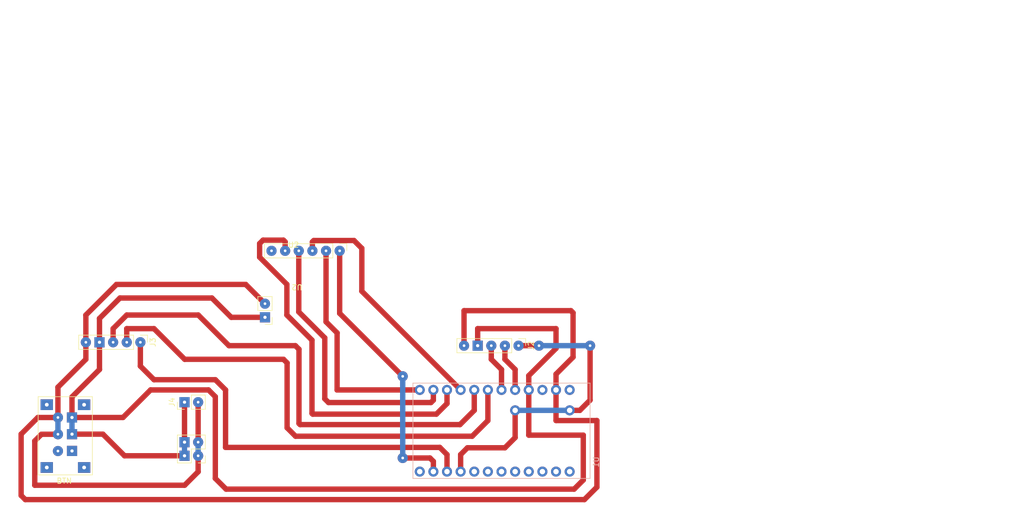
<source format=kicad_pcb>
(kicad_pcb (version 20211014) (generator pcbnew)
  (layers (0 "F.Cu" signal) (31 "B.Cu" signal) (34 "B.Paste" user) (35 "F.Paste" user) (36 "B.SilkS" user "B.Silkscreen") (37 "F.SilkS" user "F.Silkscreen") (38 "B.Mask" user) (39 "F.Mask" user) (44 "Edge.Cuts" user))
  (net 0 "")
  (net 1 "+5V")
  (net 2 "GND")
  (net 13 "Net-(J2-Pad1)")
  (net 14 "Net-(J2-Pad3)")
  (net 15 "Net-(J3-Pad2)")
  (net 16 "Net-(J2-Pad2)")
  (net 17 "Net-(J3-Pad3)")
  (net 19 "Net-(U1-PadJP6_9)")
  (net 20 "Net-(U1-PadJP6_10)")
  (net 21 "Net-(U1-PadJP6_11)")
  (net 22 "Net-(U1-PadJP6_12)")
  (net 23 "Net-(U1-PadJP7_2)")
  (net 25 "Net-(J3-Pad1)")
  (footprint "Arduino pro mini:NRF24L01" (layer "F.Cu") (at 74.295 67.31 180)
    (fp_text reference "U2" (at 0 -0.5 180 unlocked) (layer "F.SilkS"))
    (fp_text value "NRF24L01_Breakout")
    (fp_line (start 4.654 -4.867) (end 4.654 -2.267) (layer "F.SilkS") (width 0.12))
    (fp_line (start -6.663297 7.597626) (end -6.663297 4.937626) (layer "F.SilkS") (width 0.12))
    (fp_line (start -7.933297 7.597626) (end -9.263297 7.597626) (layer "F.SilkS") (width 0.12))
    (fp_line (start -9.263297 7.597626) (end -9.263297 6.267626) (layer "F.SilkS") (width 0.12))
    (fp_line (start 6.096703 7.597626) (end 6.096703 4.937626) (layer "F.SilkS") (width 0.12))
    (fp_line (start 7.314 -4.867) (end 7.314 -2.267) (layer "F.SilkS") (width 0.12))
    (fp_line (start 4.654 -2.267) (end 7.314 -2.267) (layer "F.SilkS") (width 0.12))
    (fp_line (start -6.663297 4.937626) (end 6.096703 4.937626) (layer "F.SilkS") (width 0.12))
    (fp_line (start 4.654 -4.867) (end 7.314 -4.867) (layer "F.SilkS") (width 0.12))
    (fp_line (start -6.663297 7.597626) (end 6.096703 7.597626) (layer "F.SilkS") (width 0.12))
    (fp_line (start 4.654 -6.137) (end 4.654 -7.467) (layer "F.SilkS") (width 0.12))
    (fp_line (start 4.654 -7.467) (end 5.984 -7.467) (layer "F.SilkS") (width 0.12))
    (pad "1" thru_hole oval (at 5.984 -3.597 180) (size 1.9 1.9) (drill 0.5) (layers *.Cu *.Mask) (net 2 "GND"))
    (pad "2" thru_hole rect (at 5.984 -6.137 180) (size 1.9 1.9) (drill 0.6) (layers *.Cu *.Mask) (net 1 "+5V"))
    (pad "3" thru_hole oval (at -7.933297 6.267626 270) (size 1.9 1.9) (drill 0.5) (layers *.Cu *.Mask) (net 23 "Net-(U1-PadJP7_2)"))
    (pad "4" thru_hole oval (at -5.393297 6.267626 270) (size 1.9 1.9) (drill 0.5) (layers *.Cu *.Mask) (net 22 "Net-(U1-PadJP6_12)"))
    (pad "5" thru_hole oval (at -2.853297 6.267626 270) (size 1.9 1.9) (drill 0.5) (layers *.Cu *.Mask) (net 19 "Net-(U1-PadJP6_9)"))
    (pad "6" thru_hole oval (at -0.313297 6.267626 270) (size 1.9 1.9) (drill 0.5) (layers *.Cu *.Mask) (net 21 "Net-(U1-PadJP6_11)"))
    (pad "7" thru_hole oval (at 2.226703 6.267626 270) (size 1.9 1.9) (drill 0.5) (layers *.Cu *.Mask) (net 20 "Net-(U1-PadJP6_10)"))
    (pad "8" thru_hole oval (at 4.766703 6.267626 270) (size 1.9 1.9) (drill 0.5) (layers *.Cu *.Mask))
  )
  (footprint "" (layer "F.Cu") (at 114.935 90.805)
    (fp_text reference "" (at 0 0) (layer "F.SilkS") (effects (font (size 1.27 1.27))))
    (fp_text value "" (at 0 0) (layer "F.SilkS") (effects (font (size 1.27 1.27))))
    (pad "JP7_4" thru_hole circle (at 0 0 90) (size 1.8796 1.8796) (drill 1.016) (layers *.Cu *.Mask) (net 13 "Net-(J2-Pad1)"))
  )
  (footprint "" (layer "F.Cu") (at 93.98 99.695)
    (fp_text reference "" (at 0 0) (layer "F.SilkS") (effects (font (size 1.27 1.27))))
    (fp_text value "" (at 0 0) (layer "F.SilkS") (effects (font (size 1.27 1.27))))
    (pad "3" thru_hole oval (at 0 0 270) (size 1.9 1.9) (drill 0.5) (layers *.Cu *.Mask) (net 23 "Net-(U1-PadJP7_2)"))
  )
  (footprint "Connector_PinHeader_2.54mm:PinHeader_2x02_P2.54mm_Vertical" (layer "F.Cu") (at 55.851603 99.282205 180)
    (fp_text reference "" (at 1.27 -2.33) (layer "F.SilkS"))
    (fp_text value "POWERS")
    (fp_line (start -1.33 3.87) (end 3.87 3.87) (layer "F.SilkS") (width 0.12))
    (fp_line (start 3.87 -1.33) (end 3.87 3.87) (layer "F.SilkS") (width 0.12))
    (fp_line (start 1.27 1.27) (end 1.27 -1.33) (layer "F.SilkS") (width 0.12))
    (fp_line (start -1.33 1.27) (end 1.27 1.27) (layer "F.SilkS") (width 0.12))
    (fp_line (start -1.33 -1.33) (end 0 -1.33) (layer "F.SilkS") (width 0.12))
    (fp_line (start -1.33 1.27) (end -1.33 3.87) (layer "F.SilkS") (width 0.12))
    (fp_line (start 1.27 -1.33) (end 3.87 -1.33) (layer "F.SilkS") (width 0.12))
    (fp_line (start -1.33 0) (end -1.33 -1.33) (layer "F.SilkS") (width 0.12))
    (pad "1" thru_hole oval (at 0 0 180) (size 1.9 1.9) (drill 0.5) (layers *.Cu *.Mask) (net 2 "GND"))
    (pad "2" thru_hole rect (at 2.54 0 180) (size 1.9 1.9) (drill 0.6) (layers *.Cu *.Mask) (net 1 "+5V"))
    (pad "3" thru_hole oval (at 0 2.54 180) (size 1.9 1.9) (drill 0.5) (layers *.Cu *.Mask) (net 2 "GND"))
    (pad "4" thru_hole rect (at 2.54 2.54 180) (size 1.9 1.9) (drill 0.6) (layers *.Cu *.Mask) (net 1 "+5V"))
  )
  (footprint "" (layer "F.Cu") (at 119.38 78.74)
    (fp_text reference "" (at 0 0) (layer "F.SilkS") (effects (font (size 1.27 1.27))))
    (fp_text value "" (at 0 0) (layer "F.SilkS") (effects (font (size 1.27 1.27))))
    (pad "1" thru_hole oval (at 0 0 270) (size 1.9 1.9) (drill 0.5) (layers *.Cu *.Mask) (net 13 "Net-(J2-Pad1)"))
  )
  (footprint "Connector_PinHeader_2.54mm:PinHeader_1x02_P2.54mm_Vertical" (layer "F.Cu") (at 53.311603 89.282205 90)
    (fp_text reference "J4" (at 0 -2.33 90) (layer "F.SilkS"))
    (fp_text value "Micro-Power-IN")
    (fp_line (start -1.33 0) (end -1.33 -1.33) (layer "F.SilkS") (width 0.12))
    (fp_line (start -1.33 1.27) (end 1.33 1.27) (layer "F.SilkS") (width 0.12))
    (fp_line (start -1.33 -1.33) (end 0 -1.33) (layer "F.SilkS") (width 0.12))
    (fp_line (start 1.33 1.27) (end 1.33 3.87) (layer "F.SilkS") (width 0.12))
    (fp_line (start -1.33 1.27) (end -1.33 3.87) (layer "F.SilkS") (width 0.12))
    (fp_line (start -1.33 3.87) (end 1.33 3.87) (layer "F.SilkS") (width 0.12))
    (pad "1" thru_hole rect (at 0 0 90) (size 1.9 1.9) (drill 0.6) (layers *.Cu *.Mask) (net 1 "+5V"))
    (pad "2" thru_hole oval (at 0 2.54 90) (size 1.9 1.9) (drill 0.5) (layers *.Cu *.Mask) (net 2 "GND"))
  )
  (footprint "" (layer "F.Cu") (at 125.095 90.805)
    (fp_text reference "" (at 0 0) (layer "F.SilkS") (effects (font (size 1.27 1.27))))
    (fp_text value "" (at 0 0) (layer "F.SilkS") (effects (font (size 1.27 1.27))))
    (pad "JP7_4" thru_hole circle (at 0 0 90) (size 1.8796 1.8796) (drill 1.016) (layers *.Cu *.Mask) (net 13 "Net-(J2-Pad1)"))
  )
  (footprint "" (layer "F.Cu") (at 128.905 78.74)
    (fp_text reference "" (at 0 0) (layer "F.SilkS") (effects (font (size 1.27 1.27))))
    (fp_text value "" (at 0 0) (layer "F.SilkS") (effects (font (size 1.27 1.27))))
    (pad "1" thru_hole oval (at 0 0 270) (size 1.9 1.9) (drill 0.5) (layers *.Cu *.Mask) (net 13 "Net-(J2-Pad1)"))
  )
  (footprint "Connector_PinHeader_2.54mm:PinHeader_1x05_P2.54mm_Vertical" (layer "F.Cu") (at 115.57 78.74 -90)
    (fp_text reference "J2" (at 0 -2.33 90) (layer "F.SilkS"))
    (fp_text value "Joystick_Left")
    (fp_line (start -1.33 11.49) (end 1.33 11.49) (layer "F.SilkS") (width 0.12))
    (fp_line (start 1.33 1.27) (end 1.33 11.49) (layer "F.SilkS") (width 0.12))
    (fp_line (start -1.33 -1.33) (end 0 -1.33) (layer "F.SilkS") (width 0.12))
    (fp_line (start -1.33 0) (end -1.33 -1.33) (layer "F.SilkS") (width 0.12))
    (fp_line (start -1.33 1.27) (end -1.33 11.49) (layer "F.SilkS") (width 0.12))
    (fp_line (start -1.33 1.27) (end 1.33 1.27) (layer "F.SilkS") (width 0.12))
    (pad "1" thru_hole oval (at 0 0 270) (size 1.9 1.9) (drill 0.5) (layers *.Cu *.Mask) (net 13 "Net-(J2-Pad1)"))
    (pad "2" thru_hole oval (at 0 2.54 270) (size 1.9 1.9) (drill 0.5) (layers *.Cu *.Mask) (net 16 "Net-(J2-Pad2)"))
    (pad "3" thru_hole oval (at 0 5.08 270) (size 1.9 1.9) (drill 0.5) (layers *.Cu *.Mask) (net 14 "Net-(J2-Pad3)"))
    (pad "4" thru_hole rect (at 0 7.62 270) (size 1.9 1.9) (drill 0.6) (layers *.Cu *.Mask) (net 1 "+5V"))
    (pad "5" thru_hole oval (at 0 10.16 270) (size 1.9 1.9) (drill 0.5) (layers *.Cu *.Mask) (net 2 "GND"))
  )
  (footprint "Connector_PinHeader_2.54mm:PushButton_6_pin" (layer "F.Cu") (at 34.639603 101.347205 180)
    (fp_text reference "BTN" (at 3.74 -2.618) (layer "F.SilkS"))
    (fp_text value "PushButton_6_pin")
    (fp_line (start -1.491194 -1.496) (end 8.602 -1.496) (layer "F.SilkS") (width 0.12))
    (fp_line (start -1.491194 13.09) (end 8.602 13.09) (layer "F.SilkS") (width 0.12))
    (fp_line (start 8.602 -1.496) (end 8.602 13.09) (layer "F.SilkS") (width 0.12))
    (fp_line (start -1.491194 -1.496) (end -1.491194 13.09) (layer "F.SilkS") (width 0.12))
    (pad "" thru_hole rect (at 0.043736 11.586152 180) (size 2.3 2) (drill 0.7) (layers *.Cu *.Mask))
    (pad "" thru_hole rect (at 0.03893 -0.118391 180) (size 2.3 2) (drill 0.7) (layers *.Cu *.Mask))
    (pad "" thru_hole rect (at 7.000509 11.59419 180) (size 2.3 2) (drill 0.7) (layers *.Cu *.Mask))
    (pad "" thru_hole rect (at 7.000509 -0.118391 180) (size 2.3 2) (drill 0.7) (layers *.Cu *.Mask))
    (pad "1" thru_hole rect (at 2.294688 2.967779 180) (size 1.9 1.9) (drill 0.6) (layers *.Cu *.Mask))
    (pad "2" thru_hole oval (at 4.918896 2.948554 180) (size 1.9 1.9) (drill 0.5) (layers *.Cu *.Mask))
    (pad "3" thru_hole rect (at 2.29506 6.097205 180) (size 1.9 1.9) (drill 0.6) (layers *.Cu *.Mask) (net 1 "+5V"))
    (pad "4" thru_hole oval (at 4.919268 6.07798 180) (size 1.9 1.9) (drill 0.5) (layers *.Cu *.Mask) (net 2 "GND"))
    (pad "5" thru_hole rect (at 2.30164 9.207406 180) (size 1.9 1.9) (drill 0.6) (layers *.Cu *.Mask) (net 1 "+5V"))
    (pad "6" thru_hole oval (at 4.91964 9.207406 180) (size 1.9 1.9) (drill 0.5) (layers *.Cu *.Mask) (net 2 "GND"))
  )
  (footprint "" (layer "F.Cu") (at 93.98 84.455)
    (fp_text reference "" (at 0 0) (layer "F.SilkS") (effects (font (size 1.27 1.27))))
    (fp_text value "" (at 0 0) (layer "F.SilkS") (effects (font (size 1.27 1.27))))
    (pad "3" thru_hole oval (at 0 0 270) (size 1.9 1.9) (drill 0.5) (layers *.Cu *.Mask) (net 23 "Net-(U1-PadJP7_2)"))
  )
  (footprint "Connector_PinHeader_2.54mm:PinHeader_1x05_P2.54mm_Vertical" (layer "F.Cu") (at 45.085 78.105 -90)
    (fp_text reference "J3" (at 0 -2.33 90) (layer "F.SilkS"))
    (fp_text value "Joystick_Right")
    (fp_line (start -1.33 -1.33) (end 0 -1.33) (layer "F.SilkS") (width 0.12))
    (fp_line (start 1.33 1.27) (end 1.33 11.49) (layer "F.SilkS") (width 0.12))
    (fp_line (start -1.33 1.27) (end -1.33 11.49) (layer "F.SilkS") (width 0.12))
    (fp_line (start -1.33 1.27) (end 1.33 1.27) (layer "F.SilkS") (width 0.12))
    (fp_line (start -1.33 0) (end -1.33 -1.33) (layer "F.SilkS") (width 0.12))
    (fp_line (start -1.33 11.49) (end 1.33 11.49) (layer "F.SilkS") (width 0.12))
    (pad "1" thru_hole oval (at 0 0 270) (size 1.9 1.9) (drill 0.5) (layers *.Cu *.Mask) (net 25 "Net-(J3-Pad1)"))
    (pad "2" thru_hole oval (at 0 2.54 270) (size 1.9 1.9) (drill 0.5) (layers *.Cu *.Mask) (net 15 "Net-(J3-Pad2)"))
    (pad "3" thru_hole oval (at 0 5.08 270) (size 1.9 1.9) (drill 0.5) (layers *.Cu *.Mask) (net 17 "Net-(J3-Pad3)"))
    (pad "4" thru_hole rect (at 0 7.62 270) (size 1.9 1.9) (drill 0.6) (layers *.Cu *.Mask) (net 1 "+5V"))
    (pad "5" thru_hole oval (at 0 10.16 270) (size 1.9 1.9) (drill 0.5) (layers *.Cu *.Mask) (net 2 "GND"))
  )
  (footprint "Arduino pro mini:MODULE_ARDUINO_PRO_MINI" (layer "B.Cu") (at 112.395 94.615 90)
    (fp_text reference "U1" (at -5.825 17.635 270) (layer "B.SilkS") (effects (justify mirror)))
    (fp_text value "ARDUINO_PRO_MINI")
    (fp_line (start 8.89 16.51) (end -8.89 16.51) (layer "B.SilkS") (width 0.127))
    (fp_line (start -8.89 -16.51) (end 8.89 -16.51) (layer "B.SilkS") (width 0.127))
    (fp_line (start -8.89 16.51) (end -8.89 -16.51) (layer "B.SilkS") (width 0.127))
    (fp_line (start 8.89 -16.51) (end 8.89 16.51) (layer "B.SilkS") (width 0.127))
    (pad "JP6_1" thru_hole circle (at 7.62 12.7 90) (size 1.8796 1.8796) (drill 1.016) (layers *.Cu *.Mask))
    (pad "JP6_2" thru_hole circle (at 7.62 10.16 90) (size 1.8796 1.8796) (drill 1.016) (layers *.Cu *.Mask) (net 2 "GND"))
    (pad "JP6_3" thru_hole circle (at 7.62 7.62 90) (size 1.8796 1.8796) (drill 1.016) (layers *.Cu *.Mask))
    (pad "JP6_4" thru_hole circle (at 7.62 5.08 90) (size 1.8796 1.8796) (drill 1.016) (layers *.Cu *.Mask) (net 1 "+5V"))
    (pad "JP6_5" thru_hole circle (at 7.62 2.54 90) (size 1.8796 1.8796) (drill 1.016) (layers *.Cu *.Mask) (net 16 "Net-(J2-Pad2)"))
    (pad "JP6_6" thru_hole circle (at 7.62 0 90) (size 1.8796 1.8796) (drill 1.016) (layers *.Cu *.Mask) (net 14 "Net-(J2-Pad3)"))
    (pad "JP6_7" thru_hole circle (at 7.62 -2.54 90) (size 1.8796 1.8796) (drill 1.016) (layers *.Cu *.Mask) (net 15 "Net-(J3-Pad2)"))
    (pad "JP6_8" thru_hole circle (at 7.62 -5.08 90) (size 1.8796 1.8796) (drill 1.016) (layers *.Cu *.Mask) (net 17 "Net-(J3-Pad3)"))
    (pad "JP6_9" thru_hole circle (at 7.62 -7.62 90) (size 1.8796 1.8796) (drill 1.016) (layers *.Cu *.Mask) (net 19 "Net-(U1-PadJP6_9)"))
    (pad "JP6_10" thru_hole circle (at 7.62 -10.16 90) (size 1.8796 1.8796) (drill 1.016) (layers *.Cu *.Mask) (net 20 "Net-(U1-PadJP6_10)"))
    (pad "JP6_11" thru_hole circle (at 7.62 -12.7 90) (size 1.8796 1.8796) (drill 1.016) (layers *.Cu *.Mask) (net 21 "Net-(U1-PadJP6_11)"))
    (pad "JP6_12" thru_hole circle (at 7.62 -15.24 90) (size 1.8796 1.8796) (drill 1.016) (layers *.Cu *.Mask) (net 22 "Net-(U1-PadJP6_12)"))
    (pad "JP7_1" thru_hole circle (at -7.62 -15.24 90) (size 1.8796 1.8796) (drill 1.016) (layers *.Cu *.Mask))
    (pad "JP7_2" thru_hole circle (at -7.62 -12.7 90) (size 1.8796 1.8796) (drill 1.016) (layers *.Cu *.Mask) (net 23 "Net-(U1-PadJP7_2)"))
    (pad "JP7_3" thru_hole circle (at -7.62 -10.16 90) (size 1.8796 1.8796) (drill 1.016) (layers *.Cu *.Mask) (net 25 "Net-(J3-Pad1)"))
    (pad "JP7_4" thru_hole circle (at -7.62 -7.62 90) (size 1.8796 1.8796) (drill 1.016) (layers *.Cu *.Mask) (net 13 "Net-(J2-Pad1)"))
    (pad "JP7_5" thru_hole circle (at -7.62 -5.08 90) (size 1.8796 1.8796) (drill 1.016) (layers *.Cu *.Mask))
    (pad "JP7_6" thru_hole circle (at -7.62 -2.54 90) (size 1.8796 1.8796) (drill 1.016) (layers *.Cu *.Mask))
    (pad "JP7_7" thru_hole circle (at -7.62 0 90) (size 1.8796 1.8796) (drill 1.016) (layers *.Cu *.Mask))
    (pad "JP7_8" thru_hole circle (at -7.62 2.54 90) (size 1.8796 1.8796) (drill 1.016) (layers *.Cu *.Mask))
    (pad "JP7_9" thru_hole circle (at -7.62 5.08 90) (size 1.8796 1.8796) (drill 1.016) (layers *.Cu *.Mask))
    (pad "JP7_10" thru_hole circle (at -7.62 7.62 90) (size 1.8796 1.8796) (drill 1.016) (layers *.Cu *.Mask))
    (pad "JP7_11" thru_hole circle (at -7.62 10.16 90) (size 1.8796 1.8796) (drill 1.016) (layers *.Cu *.Mask))
    (pad "JP7_12" thru_hole circle (at -7.62 12.7 90) (size 1.8796 1.8796) (drill 1.016) (layers *.Cu *.Mask))
  )
  (gr_text "U2" (at 73.631603 59.937205) (layer "F.SilkS") (effects (font (size 1 1))))
  (segment (start 107.95 78.74) (end 107.95 75.565) (width 1) (layer "F.Cu") (net 1))
  (segment (start 117.475 84.328703) (end 117.475 86.995) (width 1) (layer "F.Cu") (net 1))
  (segment (start 125.9316 105.502799) (end 127.635 103.799399) (width 1) (layer "F.Cu") (net 1))
  (segment (start 32.337963 88.312037) (end 37.465 83.185) (width 1) (layer "F.Cu") (net 1))
  (segment (start 46.99 86.995) (end 57.785 86.995) (width 1) (layer "F.Cu") (net 1))
  (segment (start 38.1 95.25) (end 42.132205 99.282205) (width 1) (layer "F.Cu") (net 1))
  (segment (start 122.555 79.248703) (end 117.475 84.328703) (width 1) (layer "F.Cu") (net 1))
  (segment (start 37.465 78.105) (end 37.465 73.66) (width 1) (layer "F.Cu") (net 1))
  (segment (start 53.311603 96.742205) (end 53.311603 89.282205) (width 1) (layer "F.Cu") (net 1))
  (segment (start 42.132205 99.282205) (end 53.311603 99.282205) (width 1) (layer "F.Cu") (net 1))
  (segment (start 37.465 73.66) (end 41.275 69.85) (width 1) (layer "F.Cu") (net 1))
  (segment (start 122.555 75.565) (end 122.555 79.248703) (width 1) (layer "F.Cu") (net 1))
  (segment (start 57.785 86.995) (end 59.055 88.265) (width 1) (layer "F.Cu") (net 1))
  (segment (start 37.465 83.185) (end 37.465 78.105) (width 1) (layer "F.Cu") (net 1))
  (segment (start 61.052799 105.502799) (end 125.9316 105.502799) (width 1) (layer "F.Cu") (net 1))
  (segment (start 59.055 103.505) (end 61.052799 105.502799) (width 1) (layer "F.Cu") (net 1))
  (segment (start 32.337963 92.139799) (end 41.845201 92.139799) (width 1) (layer "F.Cu") (net 1))
  (segment (start 32.344543 95.25) (end 38.1 95.25) (width 1) (layer "F.Cu") (net 1))
  (segment (start 127.635 95.433148) (end 117.475 95.433148) (width 1) (layer "F.Cu") (net 1))
  (segment (start 107.95 75.565) (end 122.555 75.565) (width 1) (layer "F.Cu") (net 1))
  (segment (start 41.845201 92.139799) (end 46.99 86.995) (width 1) (layer "F.Cu") (net 1))
  (segment (start 127.635 103.799399) (end 127.635 95.433148) (width 1) (layer "F.Cu") (net 1))
  (segment (start 62.019074 73.449074) (end 68.308926 73.449074) (width 1) (layer "F.Cu") (net 1))
  (segment (start 41.275 69.85) (end 58.42 69.85) (width 1) (layer "F.Cu") (net 1))
  (segment (start 32.337963 92.139799) (end 32.337963 88.312037) (width 1) (layer "F.Cu") (net 1))
  (segment (start 59.055 88.265) (end 59.055 103.505) (width 1) (layer "F.Cu") (net 1))
  (segment (start 117.475 95.433148) (end 117.475 86.995) (width 1) (layer "F.Cu") (net 1))
  (segment (start 58.42 69.85) (end 62.019074 73.449074) (width 1) (layer "F.Cu") (net 1))
  (segment (start 53.311603 99.282205) (end 53.311603 96.742205) (width 1) (layer "B.Cu") (net 1))
  (segment (start 32.337963 92.139799) (end 32.337963 95.24342) (width 1) (layer "B.Cu") (net 1))
  (segment (start 26.650775 95.269225) (end 29.720335 95.269225) (width 1) (layer "F.Cu") (net 2))
  (segment (start 29.719963 92.139799) (end 29.719963 86.485037) (width 1) (layer "F.Cu") (net 2))
  (segment (start 64.714 67.31) (end 40.64 67.31) (width 1) (layer "F.Cu") (net 2))
  (segment (start 122.555 86.995) (end 122.555 84.05148) (width 1) (layer "F.Cu") (net 2))
  (segment (start 22.86 106.68) (end 23.633466 107.453466) (width 1) (layer "F.Cu") (net 2))
  (segment (start 53.34 104.775) (end 25.4 104.775) (width 1) (layer "F.Cu") (net 2))
  (segment (start 68.311 70.907) (end 64.714 67.31) (width 1) (layer "F.Cu") (net 2))
  (segment (start 29.719963 86.485037) (end 34.925 81.28) (width 1) (layer "F.Cu") (net 2))
  (segment (start 22.86 95.25) (end 22.86 106.68) (width 1) (layer "F.Cu") (net 2))
  (segment (start 130.175 105.125266) (end 130.175 92.71) (width 1) (layer "F.Cu") (net 2))
  (segment (start 34.925 73.025) (end 34.925 78.105) (width 1) (layer "F.Cu") (net 2))
  (segment (start 25.4 104.775) (end 25.4 96.52) (width 1) (layer "F.Cu") (net 2))
  (segment (start 55.851603 102.263397) (end 53.34 104.775) (width 1) (layer "F.Cu") (net 2))
  (segment (start 122.555 84.05148) (end 125.73 80.87648) (width 1) (layer "F.Cu") (net 2))
  (segment (start 25.970201 92.139799) (end 22.86 95.25) (width 1) (layer "F.Cu") (net 2))
  (segment (start 55.851603 99.282205) (end 55.851603 102.263397) (width 1) (layer "F.Cu") (net 2))
  (segment (start 125.73 72.607222) (end 125.332777 72.209999) (width 1) (layer "F.Cu") (net 2))
  (segment (start 55.851603 89.282205) (end 55.851603 96.742205) (width 1) (layer "F.Cu") (net 2))
  (segment (start 122.555 92.71) (end 122.555 86.995) (width 1) (layer "F.Cu") (net 2))
  (segment (start 105.41 72.209999) (end 105.41 78.74) (width 1) (layer "F.Cu") (net 2))
  (segment (start 34.925 81.28) (end 34.925 78.105) (width 1) (layer "F.Cu") (net 2))
  (segment (start 127.8468 107.453466) (end 130.175 105.125266) (width 1) (layer "F.Cu") (net 2))
  (segment (start 130.175 92.71) (end 122.555 92.71) (width 1) (layer "F.Cu") (net 2))
  (segment (start 29.719963 92.139799) (end 25.970201 92.139799) (width 1) (layer "F.Cu") (net 2))
  (segment (start 25.4 96.52) (end 26.650775 95.269225) (width 1) (layer "F.Cu") (net 2))
  (segment (start 125.332777 72.209999) (end 105.41 72.209999) (width 1) (layer "F.Cu") (net 2))
  (segment (start 40.64 67.31) (end 34.925 73.025) (width 1) (layer "F.Cu") (net 2))
  (segment (start 23.633466 107.453466) (end 127.8468 107.453466) (width 1) (layer "F.Cu") (net 2))
  (segment (start 125.73 80.87648) (end 125.73 72.607222) (width 1) (layer "F.Cu") (net 2))
  (segment (start 29.720335 95.269225) (end 29.720335 92.140171) (width 1) (layer "B.Cu") (net 2))
  (segment (start 55.851603 99.282205) (end 55.851603 96.742205) (width 1) (layer "B.Cu") (net 2))
  (segment (start 125.095 90.805) (end 127 90.805) (width 1) (layer "F.Cu") (net 13))
  (segment (start 106.045 97.79) (end 113.03 97.79) (width 1) (layer "F.Cu") (net 13))
  (segment (start 113.03 97.79) (end 114.935 95.885) (width 1) (layer "F.Cu") (net 13))
  (segment (start 114.935 95.885) (end 114.935 90.805) (width 1) (layer "F.Cu") (net 13))
  (segment (start 128.905 88.9) (end 128.905 78.74) (width 1) (layer "F.Cu") (net 13))
  (segment (start 127 90.805) (end 128.905 88.9) (width 1) (layer "F.Cu") (net 13))
  (segment (start 115.57 78.74) (end 119.38 78.74) (width 1) (layer "F.Cu") (net 13))
  (segment (start 104.775 102.235) (end 104.775 99.06) (width 1) (layer "F.Cu") (net 13))
  (segment (start 104.775 99.06) (end 106.045 97.79) (width 1) (layer "F.Cu") (net 13))
  (segment (start 119.38 78.74) (end 128.905 78.74) (width 1) (layer "B.Cu") (net 13))
  (segment (start 114.935 90.805) (end 125.095 90.805) (width 1) (layer "B.Cu") (net 13))
  (segment (start 110.49 81.28) (end 110.49 78.74) (width 1) (layer "F.Cu") (net 14))
  (segment (start 112.395 86.995) (end 112.395 83.185) (width 1) (layer "F.Cu") (net 14))
  (segment (start 112.395 83.185) (end 110.49 81.28) (width 1) (layer "F.Cu") (net 14))
  (segment (start 71.755 81.28) (end 72.432679 81.957679) (width 1) (layer "F.Cu") (net 15))
  (segment (start 72.432679 81.957679) (end 72.432679 94.0582) (width 1) (layer "F.Cu") (net 15))
  (segment (start 106.935067 95.629933) (end 109.855 92.71) (width 1) (layer "F.Cu") (net 15))
  (segment (start 42.545 78.105) (end 42.545 75.565) (width 1) (layer "F.Cu") (net 15))
  (segment (start 47.625 75.565) (end 53.34 81.28) (width 1) (layer "F.Cu") (net 15))
  (segment (start 42.545 75.565) (end 47.625 75.565) (width 1) (layer "F.Cu") (net 15))
  (segment (start 109.855 92.71) (end 109.855 86.995) (width 1) (layer "F.Cu") (net 15))
  (segment (start 74.004412 95.629933) (end 106.935067 95.629933) (width 1) (layer "F.Cu") (net 15))
  (segment (start 72.432679 94.0582) (end 74.004412 95.629933) (width 1) (layer "F.Cu") (net 15))
  (segment (start 53.34 81.28) (end 71.755 81.28) (width 1) (layer "F.Cu") (net 15))
  (segment (start 113.03 78.74) (end 113.03 81.28) (width 1) (layer "F.Cu") (net 16))
  (segment (start 114.935 83.185) (end 114.935 86.995) (width 1) (layer "F.Cu") (net 16))
  (segment (start 113.03 81.28) (end 114.935 83.185) (width 1) (layer "F.Cu") (net 16))
  (segment (start 55.88 73.025) (end 61.595 78.74) (width 1) (layer "F.Cu") (net 17))
  (segment (start 74.645799 79.408299) (end 74.645799 93.24956) (width 1) (layer "F.Cu") (net 17))
  (segment (start 40.005 75.565) (end 42.545 73.025) (width 1) (layer "F.Cu") (net 17))
  (segment (start 73.9775 78.74) (end 74.645799 79.408299) (width 1) (layer "F.Cu") (net 17))
  (segment (start 104.653534 93.466466) (end 107.315 90.805) (width 1) (layer "F.Cu") (net 17))
  (segment (start 61.595 78.74) (end 73.9775 78.74) (width 1) (layer "F.Cu") (net 17))
  (segment (start 42.545 73.025) (end 55.88 73.025) (width 1) (layer "F.Cu") (net 17))
  (segment (start 74.645799 93.24956) (end 74.862705 93.466466) (width 1) (layer "F.Cu") (net 17))
  (segment (start 74.862705 93.466466) (end 104.653534 93.466466) (width 1) (layer "F.Cu") (net 17))
  (segment (start 107.315 90.805) (end 107.315 86.995) (width 1) (layer "F.Cu") (net 17))
  (segment (start 40.005 78.105) (end 40.005 75.565) (width 1) (layer "F.Cu") (net 17))
  (segment (start 104.775 86.995) (end 86.36 68.58) (width 1) (layer "F.Cu") (net 19))
  (segment (start 77.405867 59.119133) (end 77.148297 59.376703) (width 1) (layer "F.Cu") (net 19))
  (segment (start 84.899534 59.119133) (end 77.405867 59.119133) (width 1) (layer "F.Cu") (net 19))
  (segment (start 86.36 68.58) (end 86.36 60.579599) (width 1) (layer "F.Cu") (net 19))
  (segment (start 77.148297 59.376703) (end 77.148297 61.042374) (width 1) (layer "F.Cu") (net 19))
  (segment (start 86.36 60.579599) (end 84.899534 59.119133) (width 1) (layer "F.Cu") (net 19))
  (segment (start 72.39 67.31) (end 67.31 62.23) (width 1) (layer "F.Cu") (net 20))
  (segment (start 77.071719 77.706719) (end 72.39 73.025) (width 1) (layer "F.Cu") (net 20))
  (segment (start 67.945 59.055) (end 71.755 59.055) (width 1) (layer "F.Cu") (net 20))
  (segment (start 71.755 59.055) (end 72.068297 59.368297) (width 1) (layer "F.Cu") (net 20))
  (segment (start 77.071719 91.37692) (end 77.071719 77.706719) (width 1) (layer "F.Cu") (net 20))
  (segment (start 102.235 89.535) (end 100.254201 91.515799) (width 1) (layer "F.Cu") (net 20))
  (segment (start 67.31 62.23) (end 67.31 59.69) (width 1) (layer "F.Cu") (net 20))
  (segment (start 72.39 73.025) (end 72.39 67.31) (width 1) (layer "F.Cu") (net 20))
  (segment (start 67.31 59.69) (end 67.945 59.055) (width 1) (layer "F.Cu") (net 20))
  (segment (start 77.210598 91.515799) (end 77.071719 91.37692) (width 1) (layer "F.Cu") (net 20))
  (segment (start 100.254201 91.515799) (end 77.210598 91.515799) (width 1) (layer "F.Cu") (net 20))
  (segment (start 72.068297 59.368297) (end 72.068297 61.042374) (width 1) (layer "F.Cu") (net 20))
  (segment (start 102.235 86.995) (end 102.235 89.535) (width 1) (layer "F.Cu") (net 20))
  (segment (start 80.154332 89.352333) (end 79.455079 88.65308) (width 1) (layer "F.Cu") (net 21))
  (segment (start 99.695 86.995) (end 99.695 88.9) (width 1) (layer "F.Cu") (net 21))
  (segment (start 99.242667 89.352333) (end 80.154332 89.352333) (width 1) (layer "F.Cu") (net 21))
  (segment (start 99.695 88.9) (end 99.242667 89.352333) (width 1) (layer "F.Cu") (net 21))
  (segment (start 74.608297 72.442777) (end 74.608297 61.042374) (width 1) (layer "F.Cu") (net 21))
  (segment (start 79.455079 77.289559) (end 74.608297 72.442777) (width 1) (layer "F.Cu") (net 21))
  (segment (start 79.455079 88.65308) (end 79.455079 77.289559) (width 1) (layer "F.Cu") (net 21))
  (segment (start 97.155 86.995) (end 81.755079 86.995) (width 1) (layer "F.Cu") (net 22))
  (segment (start 81.753319 76.353239) (end 79.688297 74.288217) (width 1) (layer "F.Cu") (net 22))
  (segment (start 81.753319 86.99324) (end 81.753319 76.353239) (width 1) (layer "F.Cu") (net 22))
  (segment (start 81.755079 86.995) (end 81.753319 86.99324) (width 1) (layer "F.Cu") (net 22))
  (segment (start 79.688297 74.288217) (end 79.688297 61.042374) (width 1) (layer "F.Cu") (net 22))
  (segment (start 99.06 99.695) (end 99.695 100.33) (width 1) (layer "F.Cu") (net 23))
  (segment (start 93.98 99.695) (end 99.06 99.695) (width 1) (layer "F.Cu") (net 23))
  (segment (start 99.695 100.33) (end 99.695 102.235) (width 1) (layer "F.Cu") (net 23))
  (segment (start 82.228297 72.703297) (end 93.98 84.455) (width 1) (layer "F.Cu") (net 23))
  (segment (start 82.228297 61.042374) (end 82.228297 72.703297) (width 1) (layer "F.Cu") (net 23))
  (segment (start 93.98 99.695) (end 93.98 84.455) (width 1) (layer "B.Cu") (net 23))
  (segment (start 45.085 78.105) (end 45.085 82.55) (width 1) (layer "F.Cu") (net 25))
  (segment (start 45.085 82.55) (end 47.625 85.09) (width 1) (layer "F.Cu") (net 25))
  (segment (start 100.897466 97.722466) (end 102.235 99.06) (width 1) (layer "F.Cu") (net 25))
  (segment (start 102.235 99.06) (end 102.235 102.235) (width 1) (layer "F.Cu") (net 25))
  (segment (start 47.625 85.09) (end 59.055 85.09) (width 1) (layer "F.Cu") (net 25))
  (segment (start 60.96 97.722466) (end 100.897466 97.722466) (width 1) (layer "F.Cu") (net 25))
  (segment (start 60.96 86.995) (end 60.96 97.722466) (width 1) (layer "F.Cu") (net 25))
  (segment (start 59.055 85.09) (end 60.96 86.995) (width 1) (layer "F.Cu") (net 25))
)
</source>
